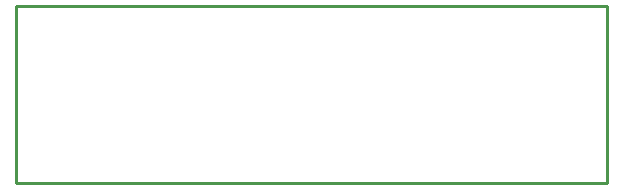
<source format=gm1>
%FSLAX24Y24*%
%MOIN*%
G70*
G01*
G75*
G04 Layer_Color=16711935*
%ADD10R,0.0551X0.0374*%
%ADD11R,0.0551X0.0354*%
%ADD12C,0.0197*%
%ADD13C,0.1063*%
%ADD14O,0.0787X0.0709*%
%ADD15C,0.0098*%
%ADD16C,0.0079*%
%ADD17C,0.0100*%
%ADD18R,0.0631X0.0454*%
%ADD19R,0.0631X0.0434*%
%ADD20C,0.1143*%
%ADD21O,0.0867X0.0789*%
%ADD22C,0.0059*%
D17*
X37402Y13780D02*
Y19685D01*
Y13780D02*
X57087D01*
Y19685D01*
X37402D02*
X57087D01*
M02*

</source>
